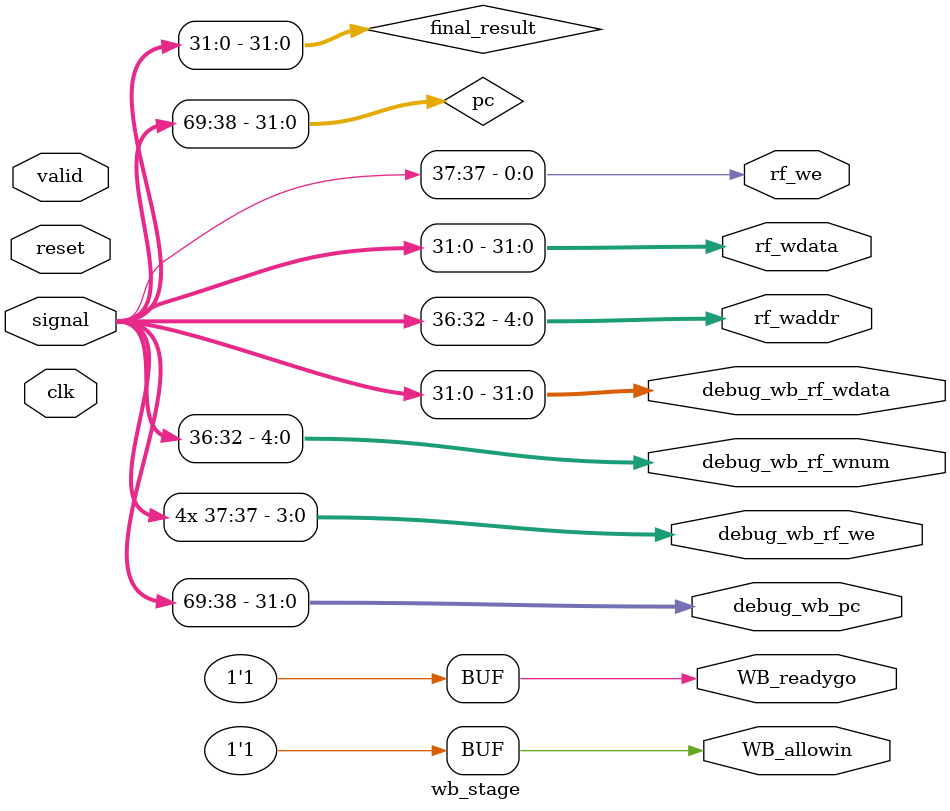
<source format=v>
module wb_stage(
    input  wire        clk,
    input  wire        reset,
    input  wire        valid,
    input  wire [69:0] signal,
 
    output wire [31:0] debug_wb_pc,
    output wire [ 3:0] debug_wb_rf_we,
    output wire [ 4:0] debug_wb_rf_wnum,
    output wire [31:0] debug_wb_rf_wdata,
    output wire [ 4:0] rf_waddr,
    output wire [31:0] rf_wdata,
    output wire        rf_we,
    output wire        WB_readygo,
    output wire        WB_allowin
);
wire [31:0] pc;

wire [31:0] final_result;

wire [31:0] mem_result;

assign {pc, rf_we, rf_waddr, final_result} = signal;



assign rf_wdata = final_result;

assign debug_wb_pc       = pc;
assign debug_wb_rf_we    = {4{rf_we}};
assign debug_wb_rf_wnum  = rf_waddr;
assign debug_wb_rf_wdata = final_result;

assign WB_readygo = 1'b1;
assign WB_allowin = WB_readygo;
endmodule
</source>
